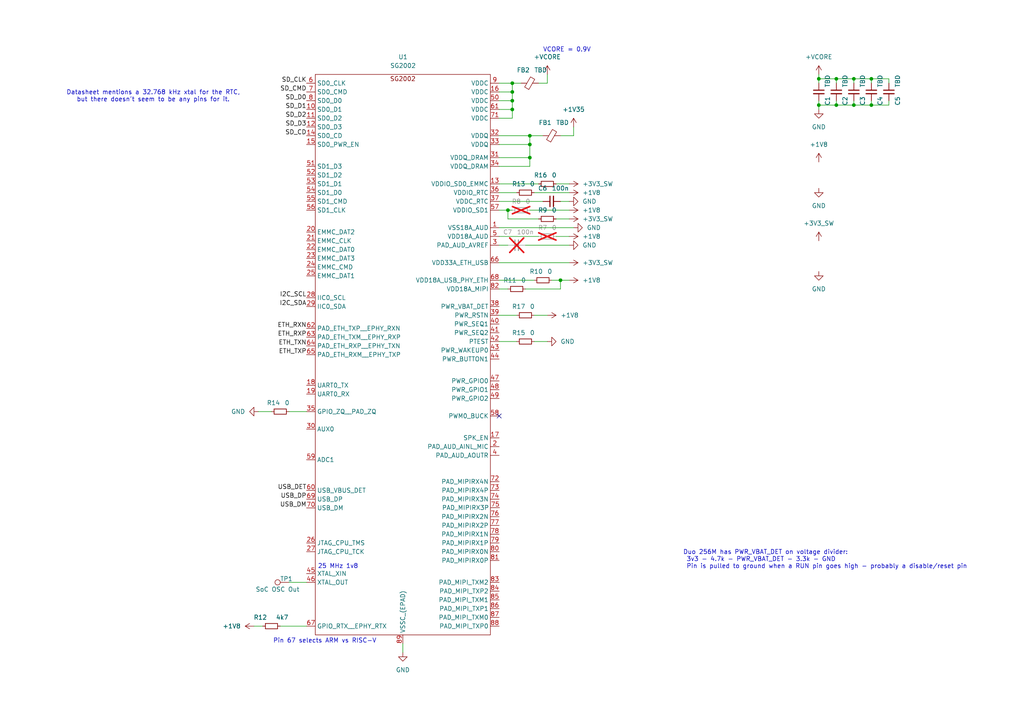
<source format=kicad_sch>
(kicad_sch (version 20231120) (generator "eeschema") (generator_version "8.0")
  (paper "A4")
  (lib_symbols
    (symbol "Connector:TestPoint" (pin_numbers hide) (pin_names (offset 0.762) hide)
      (property "Reference" "TP" (at 0 6.858 0))
      (property "Value" "TestPoint" (at 0 5.08 0))
      (symbol "TestPoint_0_1"
        (circle (center 0 3.302) (radius 0.762))
      )
      (symbol "TestPoint_1_1"
        (pin passive line (at 0 0 90) (length 2.54) (name "1") (number "1"))
      )
    )
    (symbol "Device:C_Small" (pin_numbers hide) (pin_names (offset 0.254) hide)
      (property "Reference" "C" (at 0.254 1.778 0))
      (property "Value" "C_Small" (at 0.254 -2.032 0))
      (symbol "C_Small_0_1"
        (polyline (pts (xy -1.524 -0.508) (xy 1.524 -0.508)) (stroke (width 0.3302)))
        (polyline (pts (xy -1.524 0.508) (xy 1.524 0.508)) (stroke (width 0.3048)))
      )
      (symbol "C_Small_1_1"
        (pin passive line (at 0 2.54 270) (length 2.032) (name "~") (number "1"))
        (pin passive line (at 0 -2.54 90) (length 2.032) (name "~") (number "2"))
      )
    )
    (symbol "Device:FerriteBead_Small" (pin_numbers hide) (pin_names (offset 0))
      (property "Reference" "FB" (at 1.905 1.27 0))
      (property "Value" "FerriteBead_Small" (at 1.905 -1.27 0))
      (symbol "FerriteBead_Small_0_1"
        (polyline (pts (xy 0 -1.27) (xy 0 -0.7874)))
        (polyline (pts (xy 0 0.889) (xy 0 1.2954)))
        (polyline (pts (xy -1.8288 0.2794) (xy -1.1176 1.4986) (xy 1.8288 -0.2032) (xy 1.1176 -1.4224) (xy -1.8288 0.2794)))
      )
      (symbol "FerriteBead_Small_1_1"
        (pin passive line (at 0 2.54 270) (length 1.27) (name "~") (number "1"))
        (pin passive line (at 0 -2.54 90) (length 1.27) (name "~") (number "2"))
      )
    )
    (symbol "Device:R_Small" (pin_numbers hide) (pin_names (offset 0.254) hide)
      (property "Reference" "R" (at 0.762 0.508 0))
      (property "Value" "R_Small" (at 0.762 -1.016 0))
      (symbol "R_Small_0_1"
        (rectangle (start -0.762 1.778) (end 0.762 -1.778) (stroke (width 0.2032)))
      )
      (symbol "R_Small_1_1"
        (pin passive line (at 0 2.54 270) (length 0.762) (name "~") (number "1"))
        (pin passive line (at 0 -2.54 90) (length 0.762) (name "~") (number "2"))
      )
    )
    (symbol "Symbols:+3V3_SW" (power) (pin_names (offset 0))
      (property "Value" "+3V3_SW" (at 0 3.556 0))
      (symbol "+3V3_SW_0_1"
        (polyline (pts (xy -0.762 1.27) (xy 0 2.54)))
        (polyline (pts (xy 0 0) (xy 0 2.54)))
        (polyline (pts (xy 0 2.54) (xy 0.762 1.27)))
      )
      (symbol "+3V3_SW_1_1"
        (pin power_in line (at 0 0 90) (length 0) hide (name "+3V3_SW") (number "1"))
      )
    )
    (symbol "Symbols:+VCORE" (power) (in_bom no) (on_board no)
      (property "Value" "+VCORE" (at 0 3.81 0))
      (symbol "+VCORE_0_1"
        (polyline (pts (xy -0.762 1.27) (xy 0 2.54)))
        (polyline (pts (xy 0 0) (xy 0 2.54)))
        (polyline (pts (xy 0 2.54) (xy 0.762 1.27)))
      )
      (symbol "+VCORE_1_1"
        (pin power_in line (at 0 0 90) (length 0) hide (name "+VCORE") (number "1"))
      )
    )
    (symbol "Symbols:SG2002"
      (property "Reference" "U" (at 0 13.97 0))
      (property "Value" "SG2002" (at 0 0 0))
      (symbol "SG2002_0_1"
        (rectangle (start -25.4 12.7) (end 25.4 -149.86))
      )
      (symbol "SG2002_1_1"
        (text "SG2002" (at 0 11.43 0) (effects (font (size 1.27 1.27))))
        (pin power_in line (at 27.94 -31.75 180) (length 2.54) (name "VSS18A_AUD") (number "1"))
        (pin bidirectional line (at -27.94 2.54 0) (length 2.54) (name "SD0_D1") (number "10"))
        (pin bidirectional line (at -27.94 0 0) (length 2.54) (name "SD0_D2") (number "11"))
        (pin bidirectional line (at -27.94 -2.54 0) (length 2.54) (name "SD0_D3") (number "12"))
        (pin power_in line (at 27.94 -19.05 180) (length 2.54) (name "VDDIO_SD0_EMMC") (number "13"))
        (pin input line (at -27.94 -5.08 0) (length 2.54) (name "SD0_CD") (number "14"))
        (pin input line (at -27.94 -7.62 0) (length 2.54) (name "SD0_PWR_EN") (number "15"))
        (pin power_in line (at 27.94 7.62 180) (length 2.54) (name "VDDC") (number "16"))
        (pin unspecified line (at 27.94 -92.71 180) (length 2.54) (name "SPK_EN") (number "17"))
        (pin output line (at -27.94 -77.47 0) (length 2.54) (name "UART0_TX") (number "18"))
        (pin input line (at -27.94 -80.01 0) (length 2.54) (name "UART0_RX") (number "19"))
        (pin input line (at 27.94 -95.25 180) (length 2.54) (name "PAD_AUD_AINL_MIC") (number "2"))
        (pin bidirectional line (at -27.94 -33.02 0) (length 2.54) (name "EMMC_DAT2") (number "20"))
        (pin output line (at -27.94 -35.56 0) (length 2.54) (name "EMMC_CLK") (number "21"))
        (pin bidirectional line (at -27.94 -38.1 0) (length 2.54) (name "EMMC_DAT0") (number "22"))
        (pin bidirectional line (at -27.94 -40.64 0) (length 2.54) (name "EMMC_DAT3") (number "23"))
        (pin output line (at -27.94 -43.18 0) (length 2.54) (name "EMMC_CMD") (number "24"))
        (pin bidirectional line (at -27.94 -45.72 0) (length 2.54) (name "EMMC_DAT1") (number "25"))
        (pin bidirectional line (at -27.94 -123.19 0) (length 2.54) (name "JTAG_CPU_TMS") (number "26"))
        (pin bidirectional line (at -27.94 -125.73 0) (length 2.54) (name "JTAG_CPU_TCK") (number "27"))
        (pin bidirectional line (at -27.94 -52.07 0) (length 2.54) (name "IIC0_SCL") (number "28"))
        (pin bidirectional line (at -27.94 -54.61 0) (length 2.54) (name "IIC0_SDA") (number "29"))
        (pin power_in line (at 27.94 -36.83 180) (length 2.54) (name "PAD_AUD_AVREF") (number "3"))
        (pin bidirectional line (at -27.94 -90.17 0) (length 2.54) (name "AUX0") (number "30"))
        (pin power_in line (at 27.94 -11.43 180) (length 2.54) (name "VDDQ_DRAM") (number "31"))
        (pin power_in line (at 27.94 -5.08 180) (length 2.54) (name "VDDQ") (number "32"))
        (pin power_in line (at 27.94 -7.62 180) (length 2.54) (name "VDDQ") (number "33"))
        (pin power_in line (at 27.94 -13.97 180) (length 2.54) (name "VDDQ_DRAM") (number "34"))
        (pin bidirectional line (at -27.94 -85.09 0) (length 2.54) (name "GPIO_ZQ__PAD_ZQ") (number "35"))
        (pin power_in line (at 27.94 -21.59 180) (length 2.54) (name "VDDIO_RTC") (number "36"))
        (pin power_in line (at 27.94 -24.13 180) (length 2.54) (name "VDDC_RTC") (number "37"))
        (pin bidirectional line (at 27.94 -54.61 180) (length 2.54) (name "PWR_VBAT_DET") (number "38"))
        (pin bidirectional line (at 27.94 -57.15 180) (length 2.54) (name "PWR_RSTN") (number "39"))
        (pin output line (at 27.94 -97.79 180) (length 2.54) (name "PAD_AUD_AOUTR") (number "4"))
        (pin bidirectional line (at 27.94 -59.69 180) (length 2.54) (name "PWR_SEQ1") (number "40"))
        (pin bidirectional line (at 27.94 -62.23 180) (length 2.54) (name "PWR_SEQ2") (number "41"))
        (pin bidirectional line (at 27.94 -64.77 180) (length 2.54) (name "PTEST") (number "42"))
        (pin bidirectional line (at 27.94 -67.31 180) (length 2.54) (name "PWR_WAKEUP0") (number "43"))
        (pin bidirectional line (at 27.94 -69.85 180) (length 2.54) (name "PWR_BUTTON1") (number "44"))
        (pin input line (at -27.94 -132.08 0) (length 2.54) (name "XTAL_XIN") (number "45"))
        (pin output line (at -27.94 -134.62 0) (length 2.54) (name "XTAL_OUT") (number "46"))
        (pin power_in line (at 27.94 -76.2 180) (length 2.54) (name "PWR_GPIO0") (number "47"))
        (pin power_in line (at 27.94 -78.74 180) (length 2.54) (name "PWR_GPIO1") (number "48"))
        (pin power_in line (at 27.94 -81.28 180) (length 2.54) (name "PWR_GPIO2") (number "49"))
        (pin power_in line (at 27.94 -34.29 180) (length 2.54) (name "VDD18A_AUD") (number "5"))
        (pin power_in line (at 27.94 5.08 180) (length 2.54) (name "VDDC") (number "50"))
        (pin bidirectional line (at -27.94 -13.97 0) (length 2.54) (name "SD1_D3") (number "51"))
        (pin bidirectional line (at -27.94 -16.51 0) (length 2.54) (name "SD1_D2") (number "52"))
        (pin bidirectional line (at -27.94 -19.05 0) (length 2.54) (name "SD1_D1") (number "53"))
        (pin bidirectional line (at -27.94 -21.59 0) (length 2.54) (name "SD1_D0") (number "54"))
        (pin output line (at -27.94 -24.13 0) (length 2.54) (name "SD1_CMD") (number "55"))
        (pin output line (at -27.94 -26.67 0) (length 2.54) (name "SD1_CLK") (number "56"))
        (pin power_in line (at 27.94 -26.67 180) (length 2.54) (name "VDDIO_SD1") (number "57"))
        (pin unspecified line (at 27.94 -86.36 180) (length 2.54) (name "PWM0_BUCK") (number "58"))
        (pin input line (at -27.94 -99.06 0) (length 2.54) (name "ADC1") (number "59"))
        (pin output line (at -27.94 10.16 0) (length 2.54) (name "SD0_CLK") (number "6"))
        (pin input line (at -27.94 -107.95 0) (length 2.54) (name "USB_VBUS_DET") (number "60"))
        (pin power_in line (at 27.94 2.54 180) (length 2.54) (name "VDDC") (number "61"))
        (pin unspecified line (at -27.94 -60.96 0) (length 2.54) (name "PAD_ETH_TXP__EPHY_RXN") (number "62"))
        (pin unspecified line (at -27.94 -63.5 0) (length 2.54) (name "PAD_ETH_TXM__EPHY_RXP") (number "63"))
        (pin unspecified line (at -27.94 -66.04 0) (length 2.54) (name "PAD_ETH_RXP__EPHY_TXN") (number "64"))
        (pin unspecified line (at -27.94 -68.58 0) (length 2.54) (name "PAD_ETH_RXM__EPHY_TXP") (number "65"))
        (pin power_in line (at 27.94 -41.91 180) (length 2.54) (name "VDD33A_ETH_USB") (number "66"))
        (pin unspecified line (at -27.94 -147.32 0) (length 2.54) (name "GPIO_RTX__EPHY_RTX") (number "67"))
        (pin unspecified line (at 27.94 -46.99 180) (length 2.54) (name "VDD18A_USB_PHY_ETH") (number "68"))
        (pin bidirectional line (at -27.94 -110.49 0) (length 2.54) (name "USB_DP") (number "69"))
        (pin output line (at -27.94 7.62 0) (length 2.54) (name "SD0_CMD") (number "7"))
        (pin bidirectional line (at -27.94 -113.03 0) (length 2.54) (name "USB_DM") (number "70"))
        (pin power_in line (at 27.94 0 180) (length 2.54) (name "VDDC") (number "71"))
        (pin unspecified line (at 27.94 -105.41 180) (length 2.54) (name "PAD_MIPIRX4N") (number "72"))
        (pin unspecified line (at 27.94 -107.95 180) (length 2.54) (name "PAD_MIPIRX4P") (number "73"))
        (pin unspecified line (at 27.94 -110.49 180) (length 2.54) (name "PAD_MIPIRX3N") (number "74"))
        (pin unspecified line (at 28.0607 -112.9566 180) (length 2.54) (name "PAD_MIPIRX3P") (number "75"))
        (pin unspecified line (at 27.94 -115.57 180) (length 2.54) (name "PAD_MIPIRX2N") (number "76"))
        (pin unspecified line (at 27.94 -118.11 180) (length 2.54) (name "PAD_MIPIRX2P") (number "77"))
        (pin unspecified line (at 27.94 -120.65 180) (length 2.54) (name "PAD_MIPIRX1N") (number "78"))
        (pin unspecified line (at 27.94 -123.19 180) (length 2.54) (name "PAD_MIPIRX1P") (number "79"))
        (pin bidirectional line (at -27.94 5.08 0) (length 2.54) (name "SD0_D0") (number "8"))
        (pin unspecified line (at 27.94 -125.73 180) (length 2.54) (name "PAD_MIPIRX0N") (number "80"))
        (pin unspecified line (at 27.94 -128.27 180) (length 2.54) (name "PAD_MIPIRX0P") (number "81"))
        (pin power_in line (at 27.94 -49.53 180) (length 2.54) (name "VDD18A_MIPI") (number "82"))
        (pin unspecified line (at 27.94 -134.62 180) (length 2.54) (name "PAD_MIPI_TXM2") (number "83"))
        (pin unspecified line (at 27.94 -137.16 180) (length 2.54) (name "PAD_MIPI_TXP2") (number "84"))
        (pin unspecified line (at 27.94 -139.7 180) (length 2.54) (name "PAD_MIPI_TXM1") (number "85"))
        (pin unspecified line (at 27.94 -142.24 180) (length 2.54) (name "PAD_MIPI_TXP1") (number "86"))
        (pin unspecified line (at 27.94 -144.78 180) (length 2.54) (name "PAD_MIPI_TXM0") (number "87"))
        (pin unspecified line (at 27.94 -147.32 180) (length 2.54) (name "PAD_MIPI_TXP0") (number "88"))
        (pin power_in line (at 0 -152.4 90) (length 2.54) (name "VSSC_(EPAD)") (number "89"))
        (pin power_in line (at 27.94 10.16 180) (length 2.54) (name "VDDC") (number "9"))
      )
    )
    (symbol "power:+1V35" (power) (pin_names (offset 0))
      (property "Value" "+1V35" (at 0 3.556 0))
      (symbol "+1V35_0_1"
        (polyline (pts (xy -0.762 1.27) (xy 0 2.54)))
        (polyline (pts (xy 0 0) (xy 0 2.54)))
        (polyline (pts (xy 0 2.54) (xy 0.762 1.27)))
      )
      (symbol "+1V35_1_1"
        (pin power_in line (at 0 0 90) (length 0) hide (name "+1V35") (number "1"))
      )
    )
    (symbol "power:+1V8" (power) (pin_names (offset 0))
      (property "Value" "+1V8" (at 0 3.556 0))
      (symbol "+1V8_0_1"
        (polyline (pts (xy -0.762 1.27) (xy 0 2.54)))
        (polyline (pts (xy 0 0) (xy 0 2.54)))
        (polyline (pts (xy 0 2.54) (xy 0.762 1.27)))
      )
      (symbol "+1V8_1_1"
        (pin power_in line (at 0 0 90) (length 0) hide (name "+1V8") (number "1"))
      )
    )
    (symbol "power:GND" (power) (pin_names (offset 0))
      (property "Value" "GND" (at 0 -3.81 0))
      (symbol "GND_0_1"
        (polyline (pts (xy 0 0) (xy 0 -1.27) (xy 1.27 -1.27) (xy 0 -2.54) (xy -1.27 -1.27) (xy 0 -1.27)))
      )
      (symbol "GND_1_1"
        (pin power_in line (at 0 0 270) (length 0) hide (name "GND") (number "1"))
      )
    )
  )
  (junction (at 153.67 45.72))
  (junction (at 252.73 30.48))
  (junction (at 237.49 30.48))
  (junction (at 148.59 29.21))
  (junction (at 162.56 81.28))
  (junction (at 148.59 24.13))
  (junction (at 252.73 22.86))
  (junction (at 148.59 31.75))
  (junction (at 153.67 39.37))
  (junction (at 242.57 22.86))
  (junction (at 247.65 22.86))
  (junction (at 247.65 30.48))
  (junction (at 242.57 30.48))
  (junction (at 147.32 60.96))
  (junction (at 148.59 26.67))
  (junction (at 153.67 41.91))
  (junction (at 237.49 22.86))
  (no_connect (at 144.78 120.65))
  (wire (pts (xy 144.78 31.75) (xy 148.59 31.75)))
  (wire (pts (xy 144.78 34.29) (xy 148.59 34.29)))
  (wire (pts (xy 156.21 24.13) (xy 158.75 24.13)))
  (wire (pts (xy 73.66 181.61) (xy 76.2 181.61)))
  (wire (pts (xy 161.29 63.5) (xy 165.1 63.5)))
  (wire (pts (xy 242.57 29.21) (xy 242.57 30.48)))
  (wire (pts (xy 144.78 83.82) (xy 147.32 83.82)))
  (wire (pts (xy 158.75 99.06) (xy 154.94 99.06)))
  (wire (pts (xy 237.49 22.86) (xy 237.49 24.13)))
  (wire (pts (xy 83.82 168.91) (xy 88.9 168.91)))
  (wire (pts (xy 154.94 91.44) (xy 158.75 91.44)))
  (wire (pts (xy 160.02 81.28) (xy 162.56 81.28)))
  (wire (pts (xy 257.81 24.13) (xy 257.81 22.86)))
  (wire (pts (xy 153.67 60.96) (xy 165.1 60.96)))
  (wire (pts (xy 237.49 21.59) (xy 237.49 22.86)))
  (wire (pts (xy 161.29 68.58) (xy 165.1 68.58)))
  (wire (pts (xy 242.57 30.48) (xy 237.49 30.48)))
  (wire (pts (xy 144.78 55.88) (xy 149.86 55.88)))
  (wire (pts (xy 152.4 71.12) (xy 165.1 71.12)))
  (wire (pts (xy 144.78 58.42) (xy 157.48 58.42)))
  (wire (pts (xy 74.93 119.38) (xy 78.74 119.38)))
  (wire (pts (xy 257.81 29.21) (xy 257.81 30.48)))
  (wire (pts (xy 161.29 53.34) (xy 165.1 53.34)))
  (wire (pts (xy 148.59 24.13) (xy 151.13 24.13)))
  (wire (pts (xy 162.56 58.42) (xy 165.1 58.42)))
  (wire (pts (xy 166.37 39.37) (xy 166.37 36.83)))
  (wire (pts (xy 144.78 91.44) (xy 149.86 91.44)))
  (wire (pts (xy 144.78 53.34) (xy 156.21 53.34)))
  (wire (pts (xy 144.78 71.12) (xy 147.32 71.12)))
  (wire (pts (xy 153.67 41.91) (xy 153.67 39.37)))
  (wire (pts (xy 144.78 60.96) (xy 147.32 60.96)))
  (wire (pts (xy 144.78 48.26) (xy 153.67 48.26)))
  (wire (pts (xy 153.67 39.37) (xy 144.78 39.37)))
  (wire (pts (xy 153.67 39.37) (xy 157.48 39.37)))
  (wire (pts (xy 252.73 22.86) (xy 247.65 22.86)))
  (wire (pts (xy 147.32 60.96) (xy 148.59 60.96)))
  (wire (pts (xy 257.81 30.48) (xy 252.73 30.48)))
  (wire (pts (xy 252.73 29.21) (xy 252.73 30.48)))
  (wire (pts (xy 148.59 29.21) (xy 148.59 26.67)))
  (wire (pts (xy 144.78 76.2) (xy 165.1 76.2)))
  (wire (pts (xy 144.78 81.28) (xy 154.94 81.28)))
  (wire (pts (xy 83.82 119.38) (xy 88.9 119.38)))
  (wire (pts (xy 247.65 22.86) (xy 242.57 22.86)))
  (wire (pts (xy 162.56 83.82) (xy 162.56 81.28)))
  (wire (pts (xy 237.49 30.48) (xy 237.49 31.75)))
  (wire (pts (xy 147.32 63.5) (xy 147.32 60.96)))
  (wire (pts (xy 153.67 45.72) (xy 153.67 41.91)))
  (wire (pts (xy 257.81 22.86) (xy 252.73 22.86)))
  (wire (pts (xy 162.56 81.28) (xy 165.1 81.28)))
  (wire (pts (xy 144.78 24.13) (xy 148.59 24.13)))
  (wire (pts (xy 247.65 22.86) (xy 247.65 24.13)))
  (wire (pts (xy 144.78 68.58) (xy 156.21 68.58)))
  (wire (pts (xy 242.57 22.86) (xy 237.49 22.86)))
  (wire (pts (xy 116.84 186.69) (xy 116.84 189.23)))
  (wire (pts (xy 156.21 63.5) (xy 147.32 63.5)))
  (wire (pts (xy 148.59 34.29) (xy 148.59 31.75)))
  (wire (pts (xy 144.78 29.21) (xy 148.59 29.21)))
  (wire (pts (xy 158.75 24.13) (xy 158.75 21.59)))
  (wire (pts (xy 153.67 48.26) (xy 153.67 45.72)))
  (wire (pts (xy 162.56 39.37) (xy 166.37 39.37)))
  (wire (pts (xy 252.73 30.48) (xy 247.65 30.48)))
  (wire (pts (xy 144.78 41.91) (xy 153.67 41.91)))
  (wire (pts (xy 144.78 66.04) (xy 166.37 66.04)))
  (wire (pts (xy 144.78 26.67) (xy 148.59 26.67)))
  (wire (pts (xy 144.78 45.72) (xy 153.67 45.72)))
  (wire (pts (xy 144.78 99.06) (xy 149.86 99.06)))
  (wire (pts (xy 247.65 30.48) (xy 242.57 30.48)))
  (wire (pts (xy 81.28 181.61) (xy 88.9 181.61)))
  (wire (pts (xy 148.59 26.67) (xy 148.59 24.13)))
  (wire (pts (xy 247.65 29.21) (xy 247.65 30.48)))
  (wire (pts (xy 154.94 55.88) (xy 165.1 55.88)))
  (wire (pts (xy 148.59 31.75) (xy 148.59 29.21)))
  (wire (pts (xy 237.49 29.21) (xy 237.49 30.48)))
  (wire (pts (xy 242.57 22.86) (xy 242.57 24.13)))
  (wire (pts (xy 252.73 22.86) (xy 252.73 24.13)))
  (wire (pts (xy 152.4 83.82) (xy 162.56 83.82)))
  (text "Pin 67 selects ARM vs RISC-V" (at 109.22 186.69 0) (effects (font (size 1.27 1.27)) (justify right bottom)))
  (text "Datasheet mentions a 32.768 kHz xtal for the RTC,\nbut there doesn't seem to be any pins for it." (at 44.45 27.94 0) (effects (font (size 1.27 1.27))))
  (text "Duo 256M has PWR_VBAT_DET on voltage divider:\n 3v3 - 4.7k - PWR_VBAT_DET - 3.3k - GND\n Pin is pulled to ground when a RUN pin goes high - probably a disable/reset pin" (at 198.12 165.1 0) (effects (font (size 1.27 1.27)) (justify left bottom)))
  (text "25 MHz 1v8" (at 98.044 164.338 0) (effects (font (size 1.27 1.27))))
  (text "VCORE = 0.9V" (at 157.48 15.24 0) (effects (font (size 1.27 1.27)) (justify left bottom)))
  (label "SD_CMD" (at 88.9 26.67 180))
  (label "I2C_SDA" (at 88.9 88.9 180))
  (label "USB_DET" (at 88.9 142.24 180))
  (label "USB_DM" (at 88.9 147.32 180))
  (label "ETH_RXN" (at 88.9 95.25 180))
  (label "SD_D1" (at 88.9 31.75 180))
  (label "USB_DP" (at 88.9 144.78 180))
  (label "I2C_SCL" (at 88.9 86.36 180))
  (label "SD_CD" (at 88.9 39.37 180))
  (label "SD_CLK" (at 88.9 24.13 180))
  (label "ETH_TXP" (at 88.9 102.87 180))
  (label "ETH_RXP" (at 88.9 97.79 180))
  (label "SD_D0" (at 88.9 29.21 180))
  (label "ETH_TXN" (at 88.9 100.33 180))
  (label "SD_D2" (at 88.9 34.29 180))
  (label "SD_D3" (at 88.9 36.83 180))
  (symbol (lib_id "power:+1V8") (at 158.75 91.44 270) (unit 1)
    (property "Reference" "#PWR024" (effects (hide yes)))
    (property "Value" "+1V8" (at 162.56 91.44 90) (effects (justify left)))
  )
  (symbol (lib_id "power:+1V8") (at 165.1 68.58 270) (unit 1)
    (property "Reference" "#PWR03" (effects (hide yes)))
    (property "Value" "+1V8" (at 168.91 68.58 90) (effects (justify left)))
  )
  (symbol (lib_id "Symbols:SG2002") (at 116.84 34.29 0) (unit 1)
    (property "Reference" "U1" (at 116.9003 16.51 0))
    (property "Value" "SG2002" (at 116.9003 19.05 0))
    (property "Footprint" "Footprints:SG2002_QFN-88" (effects (hide yes)))
  )
  (symbol (lib_id "power:+1V8") (at 165.1 60.96 270) (unit 1)
    (property "Reference" "#PWR06" (effects (hide yes)))
    (property "Value" "+1V8" (at 168.91 60.96 90) (effects (justify left)))
  )
  (symbol (lib_id "power:GND") (at 158.75 99.06 90) (mirror x) (unit 1)
    (property "Reference" "#PWR018" (effects (hide yes)))
    (property "Value" "GND" (at 162.56 99.06 90) (effects (justify right)))
  )
  (symbol (lib_id "power:+1V8") (at 73.66 181.61 90) (unit 1)
    (property "Reference" "#PWR012" (effects (hide yes)))
    (property "Value" "+1V8" (at 69.85 181.61 90) (effects (justify left)))
  )
  (symbol (lib_id "Device:R_Small") (at 152.4 55.88 90) (unit 1)
    (property "Reference" "R13" (at 152.4 53.34 90) (effects (justify left)))
    (property "Value" "0" (at 153.67 53.34 90) (effects (justify right)))
    (property "Footprint" "Resistor_SMD:R_0402_1005Metric" (effects (hide yes)))
  )
  (symbol (lib_id "Device:R_Small") (at 158.75 63.5 90) (unit 1)
    (property "Reference" "R9" (at 158.75 60.96 90) (effects (justify left)))
    (property "Value" "0" (at 160.02 60.96 90) (effects (justify right)))
    (property "Footprint" "Resistor_SMD:R_0402_1005Metric" (effects (hide yes)))
  )
  (symbol (lib_id "Device:R_Small") (at 149.86 83.82 90) (unit 1)
    (property "Reference" "R11" (at 149.86 81.28 90) (effects (justify left)))
    (property "Value" "0" (at 151.13 81.28 90) (effects (justify right)))
    (property "Footprint" "Resistor_SMD:R_0402_1005Metric" (effects (hide yes)))
  )
  (symbol (lib_id "Device:R_Small") (at 151.13 60.96 90) (unit 1) (dnp yes)
    (property "Reference" "R8" (at 151.13 58.42 90) (effects (justify left)))
    (property "Value" "0" (at 152.4 58.42 90) (effects (justify right)))
    (property "Footprint" "Resistor_SMD:R_0402_1005Metric" (effects (hide yes)))
  )
  (symbol (lib_id "Symbols:+3V3_SW") (at 165.1 63.5 270) (unit 1)
    (property "Reference" "#PWR04" (effects (hide yes)))
    (property "Value" "+3V3_SW" (at 168.91 63.5 90) (effects (justify left)))
  )
  (symbol (lib_id "Connector:TestPoint") (at 83.82 168.91 90) (unit 1)
    (property "Reference" "TP1" (at 83.058 167.894 90))
    (property "Value" "SoC OSC Out" (at 80.518 170.942 90))
    (property "Description" "test point" (effects (hide yes)))
  )
  (symbol (lib_id "Device:C_Small") (at 160.02 58.42 90) (unit 1)
    (property "Reference" "C6" (at 158.75 54.61 90) (effects (justify left)))
    (property "Value" "100n" (at 160.0263 54.61 90) (effects (justify right)))
  )
  (symbol (lib_id "power:GND") (at 165.1 58.42 90) (unit 1)
    (property "Reference" "#PWR05" (effects (hide yes)))
    (property "Value" "GND" (at 168.91 58.42 90) (effects (justify right)))
  )
  (symbol (lib_id "Symbols:+VCORE") (at 158.75 21.59 0) (unit 1) (in_bom no) (on_board no)
    (property "Reference" "#PWR09" (effects (hide yes)))
    (property "Value" "+VCORE" (at 158.75 16.51 0))
  )
  (symbol (lib_id "power:+1V8") (at 165.1 55.88 270) (unit 1)
    (property "Reference" "#PWR014" (effects (hide yes)))
    (property "Value" "+1V8" (at 168.91 55.88 90) (effects (justify left)))
  )
  (symbol (lib_id "power:GND") (at 237.49 78.74 0) (unit 1)
    (property "Reference" "#PWR023" (effects (hide yes)))
    (property "Value" "GND" (at 237.49 83.82 0))
  )
  (symbol (lib_id "power:GND") (at 165.1 71.12 90) (unit 1)
    (property "Reference" "#PWR07" (effects (hide yes)))
    (property "Value" "GND" (at 168.91 71.12 90) (effects (justify right)))
  )
  (symbol (lib_id "Device:C_Small") (at 149.86 71.12 90) (unit 1) (dnp yes)
    (property "Reference" "C7" (at 148.59 67.31 90) (effects (justify left)))
    (property "Value" "100n" (at 149.8663 67.31 90) (effects (justify right)))
  )
  (symbol (lib_id "Device:R_Small") (at 78.74 181.61 90) (unit 1)
    (property "Reference" "R12" (at 77.47 179.07 90) (effects (justify left)))
    (property "Value" "4k7" (at 80.01 179.07 90) (effects (justify right)))
    (property "Footprint" "Resistor_SMD:R_0603_1608Metric" (effects (hide yes)))
  )
  (symbol (lib_id "Device:R_Small") (at 158.75 68.58 90) (unit 1) (dnp yes)
    (property "Reference" "R7" (at 158.75 66.04 90) (effects (justify left)))
    (property "Value" "0" (at 160.02 66.04 90) (effects (justify right)))
    (property "Footprint" "Resistor_SMD:R_0402_1005Metric" (effects (hide yes)))
  )
  (symbol (lib_id "Device:FerriteBead_Small") (at 153.67 24.13 90) (unit 1)
    (property "Reference" "FB2" (at 153.67 20.32 90) (effects (justify left)))
    (property "Value" "TBD" (at 154.94 20.32 90) (effects (justify right)))
    (property "Footprint" "Inductor_SMD:L_0603_1608Metric" (effects (hide yes)))
  )
  (symbol (lib_id "Symbols:+3V3_SW") (at 237.49 69.85 0) (unit 1)
    (property "Reference" "#PWR022" (effects (hide yes)))
    (property "Value" "+3V3_SW" (at 237.49 64.77 0))
  )
  (symbol (lib_id "power:+1V8") (at 237.49 46.99 0) (unit 1)
    (property "Reference" "#PWR015" (effects (hide yes)))
    (property "Value" "+1V8" (at 237.49 41.91 0))
  )
  (symbol (lib_id "Device:R_Small") (at 152.4 99.06 90) (unit 1)
    (property "Reference" "R15" (at 152.4 96.52 90) (effects (justify left)))
    (property "Value" "0" (at 153.67 96.52 90) (effects (justify right)))
    (property "Footprint" "Resistor_SMD:R_0402_1005Metric" (effects (hide yes)))
  )
  (symbol (lib_id "Device:FerriteBead_Small") (at 160.02 39.37 90) (unit 1)
    (property "Reference" "FB1" (at 160.02 35.56 90) (effects (justify left)))
    (property "Value" "TBD" (at 161.29 35.56 90) (effects (justify right)))
    (property "Footprint" "Inductor_SMD:L_0603_1608Metric" (effects (hide yes)))
  )
  (symbol (lib_id "Symbols:+3V3_SW") (at 165.1 53.34 270) (unit 1)
    (property "Reference" "#PWR021" (effects (hide yes)))
    (property "Value" "+3V3_SW" (at 168.91 53.34 90) (effects (justify left)))
  )
  (symbol (lib_id "Device:C_Small") (at 247.65 26.67 0) (unit 1)
    (property "Reference" "C3" (at 250.19 27.94 90) (effects (justify right)))
    (property "Value" "TBD" (at 250.19 25.4 90) (effects (justify left)))
    (property "Footprint" "Capacitor_SMD:C_0603_1608Metric" (effects (hide yes)))
  )
  (symbol (lib_id "Device:R_Small") (at 157.48 81.28 90) (unit 1)
    (property "Reference" "R10" (at 157.48 78.74 90) (effects (justify left)))
    (property "Value" "0" (at 158.75 78.74 90) (effects (justify right)))
    (property "Footprint" "Resistor_SMD:R_0402_1005Metric" (effects (hide yes)))
  )
  (symbol (lib_id "Device:C_Small") (at 252.73 26.67 0) (unit 1)
    (property "Reference" "C4" (at 255.27 27.94 90) (effects (justify right)))
    (property "Value" "TBD" (at 255.27 25.4 90) (effects (justify left)))
    (property "Footprint" "Capacitor_SMD:C_0603_1608Metric" (effects (hide yes)))
  )
  (symbol (lib_id "power:GND") (at 166.37 66.04 90) (unit 1)
    (property "Reference" "#PWR020" (effects (hide yes)))
    (property "Value" "GND" (at 170.18 66.04 90) (effects (justify right)))
  )
  (symbol (lib_id "power:+1V8") (at 165.1 81.28 270) (unit 1)
    (property "Reference" "#PWR08" (effects (hide yes)))
    (property "Value" "+1V8" (at 168.91 81.28 90) (effects (justify left)))
  )
  (symbol (lib_id "Device:C_Small") (at 242.57 26.67 0) (unit 1)
    (property "Reference" "C2" (at 245.11 27.94 90) (effects (justify right)))
    (property "Value" "TBD" (at 245.11 25.4 90) (effects (justify left)))
    (property "Footprint" "Capacitor_SMD:C_0603_1608Metric" (effects (hide yes)))
  )
  (symbol (lib_id "Device:R_Small") (at 158.75 53.34 90) (unit 1)
    (property "Reference" "R16" (at 158.75 50.8 90) (effects (justify left)))
    (property "Value" "0" (at 160.02 50.8 90) (effects (justify right)))
    (property "Footprint" "Resistor_SMD:R_0402_1005Metric" (effects (hide yes)))
  )
  (symbol (lib_id "Device:R_Small") (at 152.4 91.44 90) (unit 1)
    (property "Reference" "R17" (at 152.4 88.9 90) (effects (justify left)))
    (property "Value" "0" (at 153.67 88.9 90) (effects (justify right)))
    (property "Footprint" "Resistor_SMD:R_0402_1005Metric" (effects (hide yes)))
  )
  (symbol (lib_id "power:GND") (at 74.93 119.38 270) (unit 1)
    (property "Reference" "#PWR017" (effects (hide yes)))
    (property "Value" "GND" (at 71.12 119.38 90) (effects (justify right)))
  )
  (symbol (lib_id "Symbols:+VCORE") (at 237.49 21.59 0) (unit 1) (in_bom no) (on_board no)
    (property "Reference" "#PWR010" (effects (hide yes)))
    (property "Value" "+VCORE" (at 237.49 16.51 0))
  )
  (symbol (lib_id "power:+1V35") (at 166.37 36.83 0) (unit 1)
    (property "Reference" "#PWR013" (effects (hide yes)))
    (property "Value" "+1V35" (at 166.37 31.75 0))
  )
  (symbol (lib_id "Device:C_Small") (at 257.81 26.67 0) (unit 1)
    (property "Reference" "C5" (at 260.35 27.94 90) (effects (justify right)))
    (property "Value" "TBD" (at 260.35 25.4 90) (effects (justify left)))
    (property "Footprint" "Capacitor_SMD:C_0603_1608Metric" (effects (hide yes)))
  )
  (symbol (lib_id "power:GND") (at 237.49 31.75 0) (unit 1)
    (property "Reference" "#PWR011" (effects (hide yes)))
    (property "Value" "GND" (at 237.49 36.83 0))
  )
  (symbol (lib_id "Device:C_Small") (at 237.49 26.67 0) (unit 1)
    (property "Reference" "C1" (at 240.03 27.94 90) (effects (justify right)))
    (property "Value" "TBD" (at 240.03 25.4 90) (effects (justify left)))
    (property "Footprint" "Capacitor_SMD:C_0603_1608Metric" (effects (hide yes)))
  )
  (symbol (lib_id "power:GND") (at 116.84 189.23 0) (unit 1)
    (property "Reference" "#PWR02" (effects (hide yes)))
    (property "Value" "GND" (at 116.84 194.31 0))
  )
  (symbol (lib_id "Symbols:+3V3_SW") (at 165.1 76.2 270) (unit 1)
    (property "Reference" "#PWR019" (effects (hide yes)))
    (property "Value" "+3V3_SW" (at 168.91 76.2 90) (effects (justify left)))
  )
  (symbol (lib_id "Device:R_Small") (at 81.28 119.38 90) (unit 1)
    (property "Reference" "R14" (at 81.28 116.84 90) (effects (justify left)))
    (property "Value" "0" (at 82.55 116.84 90) (effects (justify right)))
    (property "Footprint" "Resistor_SMD:R_0402_1005Metric" (effects (hide yes)))
  )
  (symbol (lib_id "power:GND") (at 237.49 54.61 0) (unit 1)
    (property "Reference" "#PWR016" (effects (hide yes)))
    (property "Value" "GND" (at 237.49 59.69 0))
  )
)
</source>
